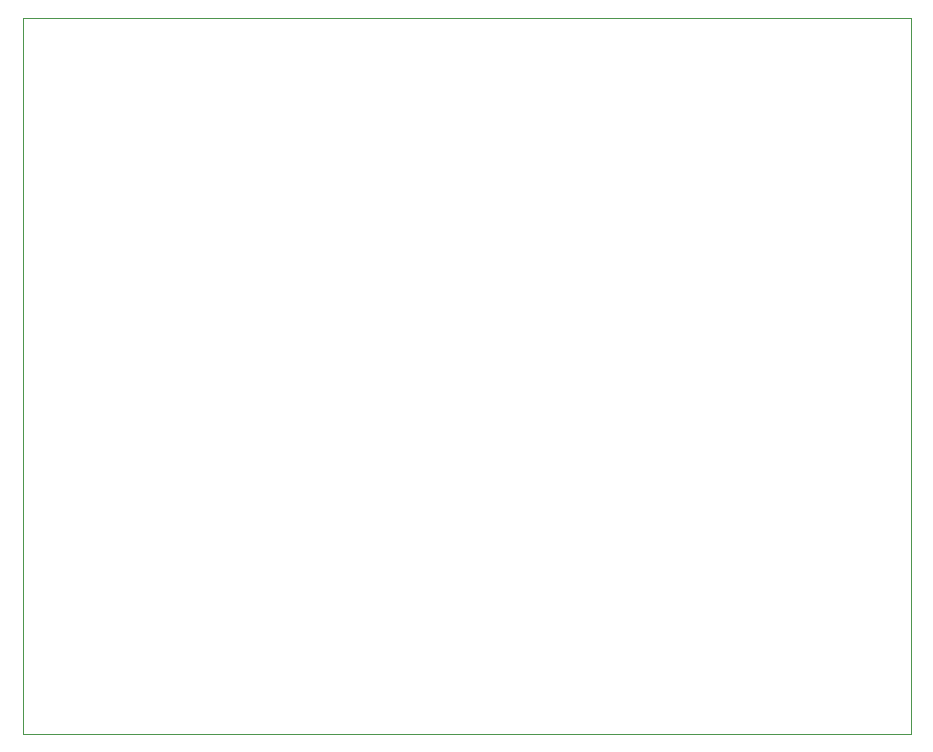
<source format=gbr>
G04 #@! TF.GenerationSoftware,KiCad,Pcbnew,(5.1.9-0-10_14)*
G04 #@! TF.CreationDate,2021-01-01T19:24:52-08:00*
G04 #@! TF.ProjectId,PedalBoardAmpSt,50656461-6c42-46f6-9172-64416d705374,rev?*
G04 #@! TF.SameCoordinates,Original*
G04 #@! TF.FileFunction,Profile,NP*
%FSLAX46Y46*%
G04 Gerber Fmt 4.6, Leading zero omitted, Abs format (unit mm)*
G04 Created by KiCad (PCBNEW (5.1.9-0-10_14)) date 2021-01-01 19:24:52*
%MOMM*%
%LPD*%
G01*
G04 APERTURE LIST*
G04 #@! TA.AperFunction,Profile*
%ADD10C,0.050000*%
G04 #@! TD*
G04 APERTURE END LIST*
D10*
X110236000Y-41021000D02*
X185420000Y-41021000D01*
X110236000Y-101602000D02*
X110236000Y-41021000D01*
X185420000Y-101600000D02*
X110236000Y-101602000D01*
X185420000Y-101600000D02*
X185420000Y-41021000D01*
M02*

</source>
